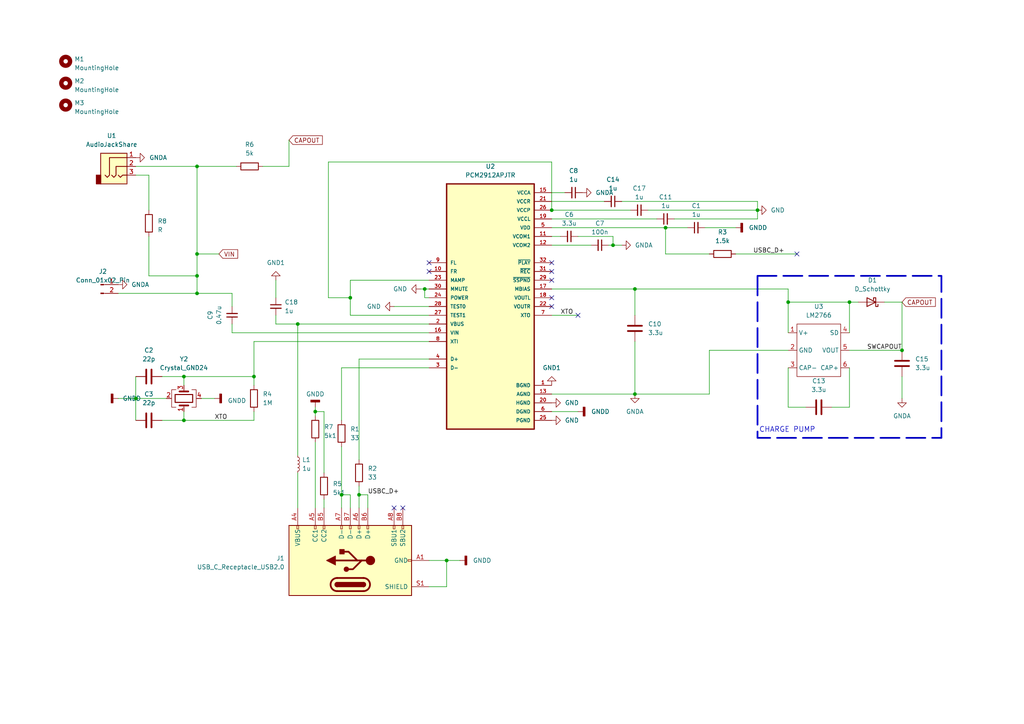
<source format=kicad_sch>
(kicad_sch (version 20250114) (generator "eeschema") (generator_version "9.0")
  (paper "A4")
  (title_block (title "USB Soundcard") (date "2025-04-13") (rev "1.1") (company "TK"))
  (lib_symbols
    (symbol "Connector:Conn_01x02_Pin" (pin_names (offset 1.016) (hide yes))
      (property "Reference" "J" (at 0 2.54 0))
      (property "Value" "Conn_01x02_Pin" (at 0 -5.08 0))
      (symbol "Conn_01x02_Pin_1_1"
        (rectangle (start 0.8636 0.127) (end 0 -0.127) (stroke (width 0.1524)) (fill (type outline)))
        (rectangle (start 0.8636 -2.413) (end 0 -2.667) (stroke (width 0.1524)) (fill (type outline)))
        (polyline (pts (xy 1.27 0) (xy 0.8636 0)) (stroke (width 0.1524)))
        (polyline (pts (xy 1.27 -2.54) (xy 0.8636 -2.54)) (stroke (width 0.1524)))
        (pin passive line (at 5.08 0 180) (length 3.81) (name "Pin_1") (number "1"))
        (pin passive line (at 5.08 -2.54 180) (length 3.81) (name "Pin_2") (number "2"))
      )
    )
    (symbol "Connector:USB_C_Receptacle_USB2.0" (pin_names (offset 1.016))
      (property "Reference" "J" (at -10.16 19.05 0))
      (property "Value" "USB_C_Receptacle_USB2.0" (at 19.05 19.05 0))
      (symbol "USB_C_Receptacle_USB2.0_0_0"
        (rectangle (start -0.254 -17.78) (end 0.254 -16.764))
        (rectangle (start 10.16 15.494) (end 9.144 14.986))
        (rectangle (start 10.16 10.414) (end 9.144 9.906))
        (rectangle (start 10.16 7.874) (end 9.144 7.366))
        (rectangle (start 10.16 2.794) (end 9.144 2.286))
        (rectangle (start 10.16 0.254) (end 9.144 -0.254))
        (rectangle (start 10.16 -2.286) (end 9.144 -2.794))
        (rectangle (start 10.16 -4.826) (end 9.144 -5.334))
        (rectangle (start 10.16 -12.446) (end 9.144 -12.954))
        (rectangle (start 10.16 -14.986) (end 9.144 -15.494))
      )
      (symbol "USB_C_Receptacle_USB2.0_0_1"
        (rectangle (start -10.16 17.78) (end 10.16 -17.78) (stroke (width 0.254)) (fill (type background)))
        (polyline (pts (xy -8.89 -3.81) (xy -8.89 3.81)) (stroke (width 0.508)))
        (rectangle (start -7.62 -3.81) (end -6.35 3.81) (stroke (width 0.254)) (fill (type outline)))
        (arc (start -7.62 3.81) (mid -6.985 4.4423) (end -6.35 3.81) (stroke (width 0.254)))
        (arc (start -7.62 3.81) (mid -6.985 4.4423) (end -6.35 3.81) (stroke (width 0.254)) (fill (type outline)))
        (arc (start -8.89 3.81) (mid -6.985 5.7067) (end -5.08 3.81) (stroke (width 0.508)))
        (arc (start -5.08 -3.81) (mid -6.985 -5.7067) (end -8.89 -3.81) (stroke (width 0.508)))
        (arc (start -6.35 -3.81) (mid -6.985 -4.4423) (end -7.62 -3.81) (stroke (width 0.254)))
        (arc (start -6.35 -3.81) (mid -6.985 -4.4423) (end -7.62 -3.81) (stroke (width 0.254)) (fill (type outline)))
        (polyline (pts (xy -5.08 3.81) (xy -5.08 -3.81)) (stroke (width 0.508)))
        (circle (center -2.54 1.143) (radius 0.635) (stroke (width 0.254)) (fill (type outline)))
        (polyline (pts (xy -1.27 4.318) (xy 0 6.858) (xy 1.27 4.318) (xy -1.27 4.318)) (stroke (width 0.254)) (fill (type outline)))
        (polyline (pts (xy 0 -2.032) (xy 2.54 0.508) (xy 2.54 1.778)) (stroke (width 0.508)))
        (polyline (pts (xy 0 -3.302) (xy -2.54 -0.762) (xy -2.54 0.508)) (stroke (width 0.508)))
        (polyline (pts (xy 0 -5.842) (xy 0 4.318)) (stroke (width 0.508)))
        (circle (center 0 -5.842) (radius 1.27) (fill (type outline)))
        (rectangle (start 1.905 1.778) (end 3.175 3.048) (stroke (width 0.254)) (fill (type outline)))
      )
      (symbol "USB_C_Receptacle_USB2.0_1_1"
        (pin passive line (at -7.62 -22.86 90) (length 5.08) (name "SHIELD") (number "S1"))
        (pin passive line (at 0 -22.86 90) (length 5.08) (name "GND") (number "A1"))
        (pin passive line (at 0 -22.86 90) (length 5.08) (hide yes) (name "GND") (number "A12"))
        (pin passive line (at 0 -22.86 90) (length 5.08) (hide yes) (name "GND") (number "B1"))
        (pin passive line (at 0 -22.86 90) (length 5.08) (hide yes) (name "GND") (number "B12"))
        (pin passive line (at 15.24 15.24 180) (length 5.08) (name "VBUS") (number "A4"))
        (pin passive line (at 15.24 15.24 180) (length 5.08) (hide yes) (name "VBUS") (number "A9"))
        (pin passive line (at 15.24 15.24 180) (length 5.08) (hide yes) (name "VBUS") (number "B4"))
        (pin passive line (at 15.24 15.24 180) (length 5.08) (hide yes) (name "VBUS") (number "B9"))
        (pin bidirectional line (at 15.24 10.16 180) (length 5.08) (name "CC1") (number "A5"))
        (pin bidirectional line (at 15.24 7.62 180) (length 5.08) (name "CC2") (number "B5"))
        (pin bidirectional line (at 15.24 2.54 180) (length 5.08) (name "D-") (number "A7"))
        (pin bidirectional line (at 15.24 0 180) (length 5.08) (name "D-") (number "B7"))
        (pin bidirectional line (at 15.24 -2.54 180) (length 5.08) (name "D+") (number "A6"))
        (pin bidirectional line (at 15.24 -5.08 180) (length 5.08) (name "D+") (number "B6"))
        (pin bidirectional line (at 15.24 -12.7 180) (length 5.08) (name "SBU1") (number "A8"))
        (pin bidirectional line (at 15.24 -15.24 180) (length 5.08) (name "SBU2") (number "B8"))
      )
    )
    (symbol "Device:C" (pin_numbers (hide yes)) (pin_names (offset 0.254))
      (property "Reference" "C" (at 0.635 2.54 0))
      (property "Value" "C" (at 0.635 -2.54 0))
      (symbol "C_0_1"
        (polyline (pts (xy -2.032 0.762) (xy 2.032 0.762)) (stroke (width 0.508)))
        (polyline (pts (xy -2.032 -0.762) (xy 2.032 -0.762)) (stroke (width 0.508)))
      )
      (symbol "C_1_1"
        (pin passive line (at 0 3.81 270) (length 2.794) (name "~") (number "1"))
        (pin passive line (at 0 -3.81 90) (length 2.794) (name "~") (number "2"))
      )
    )
    (symbol "Device:C_Small" (pin_numbers (hide yes)) (pin_names (offset 0.254) (hide yes))
      (property "Reference" "C" (at 0.254 1.778 0))
      (property "Value" "C_Small" (at 0.254 -2.032 0))
      (symbol "C_Small_0_1"
        (polyline (pts (xy -1.524 0.508) (xy 1.524 0.508)) (stroke (width 0.3048)))
        (polyline (pts (xy -1.524 -0.508) (xy 1.524 -0.508)) (stroke (width 0.3302)))
      )
      (symbol "C_Small_1_1"
        (pin passive line (at 0 2.54 270) (length 2.032) (name "~") (number "1"))
        (pin passive line (at 0 -2.54 90) (length 2.032) (name "~") (number "2"))
      )
    )
    (symbol "Device:Crystal_GND24" (pin_names (offset 1.016) (hide yes))
      (property "Reference" "Y" (at 3.175 5.08 0))
      (property "Value" "Crystal_GND24" (at 3.175 3.175 0))
      (symbol "Crystal_GND24_0_1"
        (polyline (pts (xy -2.54 2.286) (xy -2.54 3.556) (xy 2.54 3.556) (xy 2.54 2.286)))
        (polyline (pts (xy -2.54 0) (xy -2.032 0)))
        (polyline (pts (xy -2.54 -2.286) (xy -2.54 -3.556) (xy 2.54 -3.556) (xy 2.54 -2.286)))
        (polyline (pts (xy -2.032 -1.27) (xy -2.032 1.27)) (stroke (width 0.508)))
        (rectangle (start -1.143 2.54) (end 1.143 -2.54) (stroke (width 0.3048)))
        (polyline (pts (xy 0 3.556) (xy 0 3.81)))
        (polyline (pts (xy 0 -3.81) (xy 0 -3.556)))
        (polyline (pts (xy 2.032 0) (xy 2.54 0)))
        (polyline (pts (xy 2.032 -1.27) (xy 2.032 1.27)) (stroke (width 0.508)))
      )
      (symbol "Crystal_GND24_1_1"
        (pin passive line (at -3.81 0 0) (length 1.27) (name "1") (number "1"))
        (pin passive line (at 0 5.08 270) (length 1.27) (name "2") (number "2"))
        (pin passive line (at 0 -5.08 90) (length 1.27) (name "4") (number "4"))
        (pin passive line (at 3.81 0 180) (length 1.27) (name "3") (number "3"))
      )
    )
    (symbol "Device:D_Schottky" (pin_numbers (hide yes)) (pin_names (offset 1.016) (hide yes))
      (property "Reference" "D" (at 0 2.54 0))
      (property "Value" "D_Schottky" (at 0 -2.54 0))
      (symbol "D_Schottky_0_1"
        (polyline (pts (xy -1.905 0.635) (xy -1.905 1.27) (xy -1.27 1.27) (xy -1.27 -1.27) (xy -0.635 -1.27) (xy -0.635 -0.635)) (stroke (width 0.254)))
        (polyline (pts (xy 1.27 1.27) (xy 1.27 -1.27) (xy -1.27 0) (xy 1.27 1.27)) (stroke (width 0.254)))
        (polyline (pts (xy 1.27 0) (xy -1.27 0)))
      )
      (symbol "D_Schottky_1_1"
        (pin passive line (at -3.81 0 0) (length 2.54) (name "K") (number "1"))
        (pin passive line (at 3.81 0 180) (length 2.54) (name "A") (number "2"))
      )
    )
    (symbol "Device:L_Small" (pin_numbers (hide yes)) (pin_names (offset 0.254) (hide yes))
      (property "Reference" "L" (at 0.762 1.016 0))
      (property "Value" "L_Small" (at 0.762 -1.016 0))
      (symbol "L_Small_0_1"
        (arc (start 0 2.032) (mid 0.5058 1.524) (end 0 1.016))
        (arc (start 0 1.016) (mid 0.5058 0.508) (end 0 0))
        (arc (start 0 0) (mid 0.5058 -0.508) (end 0 -1.016))
        (arc (start 0 -1.016) (mid 0.5058 -1.524) (end 0 -2.032))
      )
      (symbol "L_Small_1_1"
        (pin passive line (at 0 2.54 270) (length 0.508) (name "~") (number "1"))
        (pin passive line (at 0 -2.54 90) (length 0.508) (name "~") (number "2"))
      )
    )
    (symbol "Device:R" (pin_numbers (hide yes)) (pin_names (offset 0))
      (property "Reference" "R" (at 2.032 0 90))
      (property "Value" "R" (at 0 0 90))
      (symbol "R_0_1"
        (rectangle (start -1.016 -2.54) (end 1.016 2.54) (stroke (width 0.254)))
      )
      (symbol "R_1_1"
        (pin passive line (at 0 3.81 270) (length 1.27) (name "~") (number "1"))
        (pin passive line (at 0 -3.81 90) (length 1.27) (name "~") (number "2"))
      )
    )
    (symbol "Mechanical:MountingHole" (pin_names (offset 1.016))
      (property "Reference" "H" (at 0 5.08 0))
      (property "Value" "MountingHole" (at 0 3.175 0))
      (symbol "MountingHole_0_1"
        (circle (center 0 0) (radius 1.27) (stroke (width 1.27)))
      )
    )
    (symbol "power:GND" (power) (pin_names (offset 0))
      (property "Value" "GND" (at 0 -3.81 0))
      (symbol "GND_0_1"
        (polyline (pts (xy 0 0) (xy 0 -1.27) (xy 1.27 -1.27) (xy 0 -2.54) (xy -1.27 -1.27) (xy 0 -1.27)))
      )
      (symbol "GND_1_1"
        (pin power_in line (at 0 0 270) (length 0) (hide yes) (name "GND") (number "1"))
      )
    )
    (symbol "power:GND1" (power) (pin_names (offset 0))
      (property "Value" "GND1" (at 0 -3.81 0))
      (symbol "GND1_0_1"
        (polyline (pts (xy 0 0) (xy 0 -1.27) (xy 1.27 -1.27) (xy 0 -2.54) (xy -1.27 -1.27) (xy 0 -1.27)))
      )
      (symbol "GND1_1_1"
        (pin power_in line (at 0 0 270) (length 0) (hide yes) (name "GND1") (number "1"))
      )
    )
    (symbol "power:GNDA" (power) (pin_names (offset 0))
      (property "Value" "GNDA" (at 0 -3.81 0))
      (symbol "GNDA_0_1"
        (polyline (pts (xy 0 0) (xy 0 -1.27) (xy 1.27 -1.27) (xy 0 -2.54) (xy -1.27 -1.27) (xy 0 -1.27)))
      )
      (symbol "GNDA_1_1"
        (pin power_in line (at 0 0 270) (length 0) (hide yes) (name "GNDA") (number "1"))
      )
    )
    (symbol "power:GNDD" (power) (pin_names (offset 0))
      (property "Value" "GNDD" (at 0 -3.175 0))
      (symbol "GNDD_0_1"
        (rectangle (start -1.27 -1.524) (end 1.27 -2.032) (stroke (width 0.254)) (fill (type outline)))
        (polyline (pts (xy 0 0) (xy 0 -1.524)))
      )
      (symbol "GNDD_1_1"
        (pin power_in line (at 0 0 270) (length 0) (hide yes) (name "GNDD") (number "1"))
      )
    )
    (symbol "zvukovka:AudioJackShare"
      (property "Reference" "U" (at 0 -5.08 0))
      (property "Value" "AudioJackShare" (at 0 -6.35 0))
      (symbol "AudioJackShare_0_1"
        (rectangle (start -3.81 -3.81) (end -5.08 -1.27) (stroke (width 0.254)) (fill (type outline)))
        (polyline (pts (xy -0.635 -1.27) (xy 0 -1.905) (xy 0.635 -1.27) (xy 0.635 1.27) (xy 3.81 1.27)) (stroke (width 0.254)))
        (polyline (pts (xy 1.27 -1.27) (xy 1.905 -1.905) (xy 2.54 -1.27) (xy 3.81 -1.27)) (stroke (width 0.254)))
        (rectangle (start 3.81 5.08) (end -3.81 -3.81) (stroke (width 0.254)) (fill (type background)))
        (polyline (pts (xy 3.81 3.81) (xy -1.27 3.81) (xy -1.27 -1.27) (xy -1.905 -1.905) (xy -2.54 -1.27)) (stroke (width 0.254)))
      )
      (symbol "AudioJackShare_1_1"
        (pin passive line (at 6.35 3.81 180) (length 2.54) (name "~") (number "1"))
        (pin passive line (at 6.35 1.27 180) (length 2.54) (name "~") (number "2"))
        (pin passive line (at 6.35 -1.27 180) (length 2.54) (name "~") (number "3"))
      )
    )
    (symbol "zvukovka:LM2766"
      (property "Reference" "U" (at 0 -1.27 0))
      (property "Value" "LM2766" (at 0 -3.81 0))
      (symbol "LM2766_0_1"
        (rectangle (start -6.35 15.24) (end 6.35 0))
      )
      (symbol "LM2766_1_1"
        (pin input line (at -8.89 12.7 0) (length 2.54) (name "V+") (number "1"))
        (pin input line (at -8.89 7.62 0) (length 2.54) (name "GND") (number "2"))
        (pin input line (at -8.89 2.54 0) (length 2.54) (name "CAP-") (number "3"))
        (pin input line (at 8.89 12.7 180) (length 2.54) (name "SD") (number "4"))
        (pin input line (at 8.89 7.62 180) (length 2.54) (name "VOUT") (number "5"))
        (pin input line (at 8.89 2.54 180) (length 2.54) (name "CAP+") (number "6"))
      )
    )
    (symbol "zvukovka:PCM2912APJTR" (pin_names (offset 1.016))
      (property "Reference" "U" (at -12.7 36.56 0))
      (property "Value" "PCM2912APJTR" (at -12.7 -39.56 0))
      (symbol "PCM2912APJTR_0_0"
        (rectangle (start -12.7 -35.56) (end 12.7 35.56) (stroke (width 0.41)) (fill (type background)))
        (pin input line (at -17.78 12.7 0) (length 5.08) (name "FL") (number "9"))
        (pin input line (at -17.78 10.16 0) (length 5.08) (name "FR") (number "10"))
        (pin input line (at -17.78 7.62 0) (length 5.08) (name "MAMP") (number "23"))
        (pin input line (at -17.78 5.08 0) (length 5.08) (name "MMUTE") (number "30"))
        (pin input line (at -17.78 2.54 0) (length 5.08) (name "POWER") (number "24"))
        (pin input line (at -17.78 0 0) (length 5.08) (name "TEST0") (number "28"))
        (pin input line (at -17.78 -2.54 0) (length 5.08) (name "TEST1") (number "27"))
        (pin input line (at -17.78 -5.08 0) (length 5.08) (name "VBUS") (number "2"))
        (pin input line (at -17.78 -7.62 0) (length 5.08) (name "VIN") (number "16"))
        (pin input line (at -17.78 -10.16 0) (length 5.08) (name "XTI") (number "8"))
        (pin bidirectional line (at -17.78 -15.24 0) (length 5.08) (name "D+") (number "4"))
        (pin bidirectional line (at -17.78 -17.78 0) (length 5.08) (name "D-") (number "3"))
        (pin power_in line (at 17.78 33.02 180) (length 5.08) (name "VCCA") (number "15"))
        (pin power_in line (at 17.78 30.48 180) (length 5.08) (name "VCCR") (number "21"))
        (pin power_in line (at 17.78 27.94 180) (length 5.08) (name "VCCP") (number "26"))
        (pin power_in line (at 17.78 25.4 180) (length 5.08) (name "VCCL") (number "19"))
        (pin power_in line (at 17.78 22.86 180) (length 5.08) (name "VDD") (number "5"))
        (pin power_in line (at 17.78 20.32 180) (length 5.08) (name "VCOM1") (number "11"))
        (pin power_in line (at 17.78 17.78 180) (length 5.08) (name "VCOM2") (number "12"))
        (pin output line (at 17.78 12.7 180) (length 5.08) (name "~{PLAY}") (number "32"))
        (pin output line (at 17.78 10.16 180) (length 5.08) (name "~{REC}") (number "31"))
        (pin output line (at 17.78 7.62 180) (length 5.08) (name "~{SSPND}") (number "29"))
        (pin output line (at 17.78 5.08 180) (length 5.08) (name "MBIAS") (number "17"))
        (pin output line (at 17.78 2.54 180) (length 5.08) (name "VOUTL") (number "18"))
        (pin output line (at 17.78 0 180) (length 5.08) (name "VOUTR") (number "22"))
        (pin output line (at 17.78 -2.54 180) (length 5.08) (name "XTO") (number "7"))
        (pin power_in line (at 17.78 -22.86 180) (length 5.08) (name "BGND") (number "1"))
        (pin power_in line (at 17.78 -25.4 180) (length 5.08) (name "AGND") (number "13"))
        (pin power_in line (at 17.78 -27.94 180) (length 5.08) (name "HGND") (number "20"))
        (pin power_in line (at 17.78 -30.48 180) (length 5.08) (name "DGND") (number "6"))
        (pin power_in line (at 17.78 -33.02 180) (length 5.08) (name "PGND") (number "25"))
      )
    )
  )
  (rectangle (start 219.71 80.01) (end 273.05 127) (stroke (width 0.5) (type dash)))
  (text "CHARGE PUMP" (at 228.346 124.714 0) (effects (font (size 1.5 1.5))))
  (junction (at 246.38 87.63))
  (junction (at 57.15 73.66))
  (junction (at 177.8 71.12))
  (junction (at 39.37 115.57))
  (junction (at 129.54 162.56))
  (junction (at 193.04 66.04))
  (junction (at 53.34 121.92))
  (junction (at 184.15 83.82))
  (junction (at 219.71 60.96))
  (junction (at 91.44 119.38))
  (junction (at 160.02 60.96))
  (junction (at 104.14 143.51))
  (junction (at 86.36 93.98))
  (junction (at 57.15 48.26))
  (junction (at 53.34 109.22))
  (junction (at 101.6 86.36))
  (junction (at 261.62 101.6))
  (junction (at 57.15 85.09))
  (junction (at 123.19 83.82))
  (junction (at 184.15 114.3))
  (junction (at 228.6 87.63))
  (junction (at 73.66 109.22))
  (junction (at 99.06 143.51))
  (junction (at 57.15 80.01))
  (no_connect (at 124.46 78.74))
  (no_connect (at 231.14 73.66))
  (no_connect (at 160.02 76.2))
  (no_connect (at 160.02 81.28))
  (no_connect (at 124.46 76.2))
  (no_connect (at 160.02 78.74))
  (no_connect (at 114.3 147.32))
  (no_connect (at 116.84 147.32))
  (no_connect (at 167.64 91.44))
  (no_connect (at 160.02 88.9))
  (no_connect (at 160.02 86.36))
  (wire (pts (xy 80.01 93.98) (xy 86.36 93.98)))
  (wire (pts (xy 53.34 119.38) (xy 53.34 121.92)))
  (wire (pts (xy 43.18 50.8) (xy 43.18 60.96)))
  (wire (pts (xy 39.37 109.22) (xy 39.37 115.57)))
  (wire (pts (xy 95.25 46.99) (xy 95.25 86.36)))
  (wire (pts (xy 101.6 143.51) (xy 99.06 143.51)))
  (wire (pts (xy 167.64 68.58) (xy 177.8 68.58)))
  (wire (pts (xy 176.53 71.12) (xy 177.8 71.12)))
  (wire (pts (xy 160.02 68.58) (xy 162.56 68.58)))
  (wire (pts (xy 246.38 118.11) (xy 241.3 118.11)))
  (wire (pts (xy 53.34 121.92) (xy 46.99 121.92)))
  (wire (pts (xy 67.31 96.52) (xy 124.46 96.52)))
  (wire (pts (xy 86.36 93.98) (xy 124.46 93.98)))
  (wire (pts (xy 160.02 114.3) (xy 184.15 114.3)))
  (wire (pts (xy 160.02 46.99) (xy 95.25 46.99)))
  (wire (pts (xy 43.18 68.58) (xy 43.18 80.01)))
  (wire (pts (xy 193.04 66.04) (xy 199.39 66.04)))
  (wire (pts (xy 101.6 147.32) (xy 101.6 143.51)))
  (wire (pts (xy 93.98 119.38) (xy 91.44 119.38)))
  (wire (pts (xy 246.38 87.63) (xy 228.6 87.63)))
  (wire (pts (xy 80.01 81.28) (xy 80.01 86.36)))
  (wire (pts (xy 67.31 93.98) (xy 67.31 96.52)))
  (wire (pts (xy 261.62 87.63) (xy 261.62 101.6)))
  (wire (pts (xy 233.68 118.11) (xy 228.6 118.11)))
  (wire (pts (xy 99.06 143.51) (xy 99.06 147.32)))
  (wire (pts (xy 160.02 66.04) (xy 193.04 66.04)))
  (wire (pts (xy 39.37 115.57) (xy 39.37 121.92)))
  (wire (pts (xy 219.71 58.42) (xy 219.71 60.96)))
  (wire (pts (xy 184.15 91.44) (xy 184.15 83.82)))
  (wire (pts (xy 228.6 101.6) (xy 205.74 101.6)))
  (wire (pts (xy 205.74 114.3) (xy 184.15 114.3)))
  (wire (pts (xy 114.3 88.9) (xy 124.46 88.9)))
  (wire (pts (xy 73.66 109.22) (xy 73.66 111.76)))
  (wire (pts (xy 57.15 48.26) (xy 68.58 48.26)))
  (wire (pts (xy 129.54 162.56) (xy 129.54 170.18)))
  (wire (pts (xy 86.36 93.98) (xy 86.36 132.08)))
  (wire (pts (xy 246.38 96.52) (xy 246.38 87.63)))
  (wire (pts (xy 34.29 115.57) (xy 39.37 115.57)))
  (wire (pts (xy 57.15 73.66) (xy 57.15 80.01)))
  (wire (pts (xy 99.06 129.54) (xy 99.06 143.51)))
  (wire (pts (xy 129.54 162.56) (xy 133.35 162.56)))
  (wire (pts (xy 205.74 101.6) (xy 205.74 114.3)))
  (wire (pts (xy 101.6 81.28) (xy 101.6 86.36)))
  (wire (pts (xy 53.34 109.22) (xy 46.99 109.22)))
  (wire (pts (xy 104.14 140.97) (xy 104.14 143.51)))
  (wire (pts (xy 80.01 91.44) (xy 80.01 93.98)))
  (wire (pts (xy 57.15 80.01) (xy 57.15 85.09)))
  (wire (pts (xy 53.34 109.22) (xy 73.66 109.22)))
  (wire (pts (xy 73.66 121.92) (xy 53.34 121.92)))
  (wire (pts (xy 160.02 55.88) (xy 163.83 55.88)))
  (wire (pts (xy 205.74 73.66) (xy 193.04 73.66)))
  (wire (pts (xy 228.6 83.82) (xy 228.6 87.63)))
  (wire (pts (xy 43.18 80.01) (xy 57.15 80.01)))
  (wire (pts (xy 123.19 83.82) (xy 124.46 83.82)))
  (wire (pts (xy 160.02 71.12) (xy 171.45 71.12)))
  (wire (pts (xy 124.46 86.36) (xy 123.19 86.36)))
  (wire (pts (xy 160.02 46.99) (xy 160.02 60.96)))
  (wire (pts (xy 121.92 83.82) (xy 123.19 83.82)))
  (wire (pts (xy 95.25 86.36) (xy 101.6 86.36)))
  (wire (pts (xy 34.29 85.09) (xy 57.15 85.09)))
  (wire (pts (xy 204.47 66.04) (xy 213.36 66.04)))
  (wire (pts (xy 58.42 115.57) (xy 62.23 115.57)))
  (wire (pts (xy 57.15 85.09) (xy 67.31 85.09)))
  (wire (pts (xy 228.6 87.63) (xy 228.6 96.52)))
  (wire (pts (xy 83.82 48.26) (xy 76.2 48.26)))
  (wire (pts (xy 104.14 104.14) (xy 124.46 104.14)))
  (wire (pts (xy 104.14 104.14) (xy 104.14 133.35)))
  (wire (pts (xy 106.68 147.32) (xy 106.68 143.51)))
  (wire (pts (xy 99.06 121.92) (xy 99.06 106.68)))
  (wire (pts (xy 67.31 85.09) (xy 67.31 88.9)))
  (wire (pts (xy 219.71 63.5) (xy 219.71 60.96)))
  (wire (pts (xy 187.96 60.96) (xy 219.71 60.96)))
  (wire (pts (xy 184.15 99.06) (xy 184.15 114.3)))
  (wire (pts (xy 53.34 111.76) (xy 53.34 109.22)))
  (wire (pts (xy 83.82 40.64) (xy 83.82 48.26)))
  (wire (pts (xy 39.37 48.26) (xy 57.15 48.26)))
  (wire (pts (xy 73.66 99.06) (xy 73.66 109.22)))
  (wire (pts (xy 124.46 170.18) (xy 129.54 170.18)))
  (wire (pts (xy 93.98 144.78) (xy 93.98 147.32)))
  (wire (pts (xy 160.02 119.38) (xy 167.64 119.38)))
  (wire (pts (xy 101.6 91.44) (xy 101.6 86.36)))
  (wire (pts (xy 246.38 87.63) (xy 248.92 87.63)))
  (wire (pts (xy 57.15 73.66) (xy 63.5 73.66)))
  (wire (pts (xy 261.62 109.22) (xy 261.62 115.57)))
  (wire (pts (xy 160.02 91.44) (xy 167.64 91.44)))
  (wire (pts (xy 57.15 48.26) (xy 57.15 73.66)))
  (wire (pts (xy 39.37 115.57) (xy 48.26 115.57)))
  (wire (pts (xy 91.44 118.11) (xy 91.44 119.38)))
  (wire (pts (xy 246.38 106.68) (xy 246.38 118.11)))
  (wire (pts (xy 160.02 83.82) (xy 184.15 83.82)))
  (wire (pts (xy 73.66 119.38) (xy 73.66 121.92)))
  (wire (pts (xy 246.38 101.6) (xy 261.62 101.6)))
  (wire (pts (xy 160.02 63.5) (xy 190.5 63.5)))
  (wire (pts (xy 39.37 50.8) (xy 43.18 50.8)))
  (wire (pts (xy 93.98 137.16) (xy 93.98 119.38)))
  (wire (pts (xy 86.36 137.16) (xy 86.36 147.32)))
  (wire (pts (xy 91.44 128.27) (xy 91.44 147.32)))
  (wire (pts (xy 124.46 162.56) (xy 129.54 162.56)))
  (wire (pts (xy 124.46 81.28) (xy 101.6 81.28)))
  (wire (pts (xy 177.8 71.12) (xy 180.34 71.12)))
  (wire (pts (xy 228.6 118.11) (xy 228.6 106.68)))
  (wire (pts (xy 124.46 91.44) (xy 101.6 91.44)))
  (wire (pts (xy 180.34 58.42) (xy 219.71 58.42)))
  (wire (pts (xy 195.58 63.5) (xy 219.71 63.5)))
  (wire (pts (xy 160.02 60.96) (xy 182.88 60.96)))
  (wire (pts (xy 106.68 143.51) (xy 104.14 143.51)))
  (wire (pts (xy 193.04 73.66) (xy 193.04 66.04)))
  (wire (pts (xy 124.46 99.06) (xy 73.66 99.06)))
  (wire (pts (xy 104.14 143.51) (xy 104.14 147.32)))
  (wire (pts (xy 123.19 86.36) (xy 123.19 83.82)))
  (wire (pts (xy 177.8 68.58) (xy 177.8 71.12)))
  (wire (pts (xy 184.15 83.82) (xy 228.6 83.82)))
  (wire (pts (xy 160.02 58.42) (xy 175.26 58.42)))
  (wire (pts (xy 213.36 73.66) (xy 231.14 73.66)))
  (wire (pts (xy 256.54 87.63) (xy 261.62 87.63)))
  (wire (pts (xy 99.06 106.68) (xy 124.46 106.68)))
  (wire (pts (xy 91.44 119.38) (xy 91.44 120.65)))
  (label "XTO" (at 62.23 121.92 0))
  (label "SWCAPOUT" (at 251.46 101.6 0))
  (label "USBC_D+" (at 106.68 143.51 0))
  (label "XTO" (at 162.56 91.44 0))
  (label "USBC_D+" (at 218.44 73.66 0))
  (global_label "CAPOUT" (shape input) (at 83.82 40.64 0) (property "Intersheetrefs" "${INTERSHEET_REFS}" (effects (hide yes))))
  (global_label "CAPOUT" (shape input) (at 261.62 87.63 0) (property "Intersheetrefs" "${INTERSHEET_REFS}" (effects (hide yes))))
  (global_label "VIN" (shape input) (at 63.5 73.66 0) (property "Intersheetrefs" "${INTERSHEET_REFS}" (effects (hide yes))))
  (symbol (lib_id "Device:R") (at 104.14 137.16 180) (unit 1)
    (property "Reference" "R2" (at 106.68 135.8899 0) (effects (justify right)))
    (property "Value" "33" (at 106.68 138.4299 0) (effects (justify right)))
    (property "Footprint" "Resistor_SMD:R_0805_2012Metric" (effects (hide yes)))
    (property "note" "1%" (effects (hide yes)))
  )
  (symbol (lib_id "power:GNDD") (at 34.29 115.57 270) (unit 1)
    (property "Reference" "#PWR0109" (effects (hide yes)))
    (property "Value" "GNDD" (at 35.56 115.5699 90) (effects (justify left)))
  )
  (symbol (lib_id "Device:R") (at 43.18 64.77 0) (unit 1)
    (property "Reference" "R8" (at 45.72 64.135 0) (effects (justify left)))
    (property "Value" "R" (at 45.72 66.675 0) (effects (justify left)))
    (property "Footprint" "Resistor_SMD:R_0805_2012Metric" (effects (hide yes)))
  )
  (symbol (lib_id "Device:C") (at 43.18 121.92 90) (unit 1)
    (property "Reference" "C3" (at 43.18 114.3 90))
    (property "Value" "22p" (at 43.18 116.84 90))
    (property "Footprint" "Capacitor_SMD:C_0805_2012Metric" (effects (hide yes)))
    (property "note" "X5R nebo X7R, >16V,10%" (effects (hide yes)))
  )
  (symbol (lib_id "Device:R") (at 93.98 140.97 0) (unit 1)
    (property "Reference" "R5" (at 96.52 140.335 0) (effects (justify left)))
    (property "Value" "5k1" (at 96.52 142.875 0) (effects (justify left)))
    (property "Footprint" "Resistor_SMD:R_0805_2012Metric" (effects (hide yes)))
    (property "note" "1%" (effects (hide yes)))
  )
  (symbol (lib_id "Device:R") (at 91.44 124.46 0) (unit 1)
    (property "Reference" "R7" (at 93.98 123.825 0) (effects (justify left)))
    (property "Value" "5k1" (at 93.98 126.365 0) (effects (justify left)))
    (property "Footprint" "Resistor_SMD:R_0805_2012Metric" (effects (hide yes)))
    (property "note" "1%" (effects (hide yes)))
  )
  (symbol (lib_id "Device:C_Small") (at 185.42 60.96 270) (unit 1)
    (property "Reference" "C17" (at 185.4136 54.61 90))
    (property "Value" "1u" (at 185.4136 57.15 90))
    (property "Footprint" "Capacitor_SMD:C_0805_2012Metric" (effects (hide yes)))
    (property "note" "X5R nebo X7R, >16V,10%" (effects (hide yes)))
  )
  (symbol (lib_id "Connector:Conn_01x02_Pin") (at 29.21 82.55 0) (unit 1)
    (property "Reference" "J2" (at 29.845 78.74 0))
    (property "Value" "Conn_01x02_Pin" (at 29.845 81.28 0))
    (property "Footprint" "Connector_PinHeader_2.54mm:PinHeader_1x02_P2.54mm_Vertical" (effects (hide yes)))
    (property "note" "NEOSAZOVAT" (effects (hide yes)))
  )
  (symbol (lib_id "power:GNDD") (at 167.64 119.38 90) (unit 1)
    (property "Reference" "#PWR0119" (effects (hide yes)))
    (property "Value" "GNDD" (at 171.45 119.3799 90) (effects (justify right)))
  )
  (symbol (lib_id "power:GND") (at 219.71 60.96 90) (unit 1)
    (property "Reference" "#PWR0103" (effects (hide yes)))
    (property "Value" "GND" (at 223.52 60.9599 90) (effects (justify right)))
  )
  (symbol (lib_id "power:GND1") (at 160.02 111.76 180) (unit 1)
    (property "Reference" "#PWR0122" (effects (hide yes)))
    (property "Value" "GND1" (at 160.02 106.68 0))
  )
  (symbol (lib_id "Connector:USB_C_Receptacle_USB2.0") (at 101.6 162.56 90) (unit 1)
    (property "Reference" "J1" (at 82.55 161.925 90) (effects (justify left)))
    (property "Value" "USB_C_Receptacle_USB2.0" (at 82.55 164.465 90) (effects (justify left)))
    (property "Footprint" "zvukovka_2:Conn_USB_C_Socket_Molex_2171790001" (effects (hide yes)))
    (property "Datasheet" "https://www.usb.org/sites/default/files/documents/usb_type-c.zip" (effects (hide yes)))
    (property "MPN" "217179-0001" (effects (hide yes)))
  )
  (symbol (lib_id "power:GND") (at 114.3 88.9 270) (unit 1)
    (property "Reference" "#PWR0108" (effects (hide yes)))
    (property "Value" "GND" (at 110.49 88.8999 90) (effects (justify right)))
  )
  (symbol (lib_id "power:GND") (at 160.02 121.92 90) (unit 1)
    (property "Reference" "#PWR0101" (effects (hide yes)))
    (property "Value" "GND" (at 163.83 121.9199 90) (effects (justify right)))
  )
  (symbol (lib_id "power:GND") (at 160.02 116.84 90) (unit 1)
    (property "Reference" "#PWR0121" (effects (hide yes)))
    (property "Value" "GND" (at 163.83 116.8399 90) (effects (justify right)))
  )
  (symbol (lib_id "Device:C_Small") (at 165.1 68.58 270) (unit 1)
    (property "Reference" "C6" (at 165.0936 62.23 90))
    (property "Value" "3.3u" (at 165.0936 64.77 90))
    (property "Footprint" "Capacitor_SMD:C_0805_2012Metric" (effects (hide yes)))
    (property "note" "X5R nebo X7R, >16V,10%" (effects (hide yes)))
  )
  (symbol (lib_id "power:GNDD") (at 133.35 162.56 90) (unit 1)
    (property "Reference" "#PWR0120" (effects (hide yes)))
    (property "Value" "GNDD" (at 137.16 162.5599 90) (effects (justify right)))
  )
  (symbol (lib_id "power:GNDA") (at 184.15 114.3 0) (unit 1)
    (property "Reference" "#PWR0107" (effects (hide yes)))
    (property "Value" "GNDA" (at 184.15 119.38 0))
  )
  (symbol (lib_id "power:GNDA") (at 34.29 82.55 90) (unit 1)
    (property "Reference" "#PWR03" (effects (hide yes)))
    (property "Value" "GNDA" (at 38.1 82.5499 90) (effects (justify right)))
  )
  (symbol (lib_id "power:GND1") (at 80.01 81.28 180) (unit 1)
    (property "Reference" "#PWR0111" (effects (hide yes)))
    (property "Value" "GND1" (at 80.01 76.2 0))
  )
  (symbol (lib_id "Device:C_Small") (at 173.99 71.12 270) (unit 1)
    (property "Reference" "C7" (at 173.9836 64.77 90))
    (property "Value" "100n" (at 173.9836 67.31 90))
    (property "Footprint" "Capacitor_SMD:C_0805_2012Metric" (effects (hide yes)))
    (property "note" "X5R nebo X7R, >16V,10%" (effects (hide yes)))
  )
  (symbol (lib_id "power:GND") (at 121.92 83.82 270) (unit 1)
    (property "Reference" "#PWR0110" (effects (hide yes)))
    (property "Value" "GND" (at 118.11 83.8199 90) (effects (justify right)))
  )
  (symbol (lib_id "power:GNDA") (at 180.34 71.12 90) (unit 1)
    (property "Reference" "#PWR0102" (effects (hide yes)))
    (property "Value" "GNDA" (at 184.15 71.1199 90) (effects (justify right)))
  )
  (symbol (lib_id "zvukovka:LM2766") (at 237.49 109.22 0) (unit 1)
    (property "Reference" "U3" (at 237.49 88.9 0))
    (property "Value" "LM2766" (at 237.49 91.44 0))
    (property "Footprint" "Package_TO_SOT_SMD:SOT-23-6" (effects (hide yes)))
    (property "Datasheet" "https://www.ti.com/lit/ds/symlink/lm2766.pdf?ts=1679402398256&ref_url=https%253A%252F%252Fwww.ti.com%252Fpower-management%252Fnon-isolated-dc-dc-switching-regulators%252Fcharge-pump-inductorless%252Fproducts.html" (effects (hide yes)))
    (property "MPN" "LM2766M6X/NOPB" (effects (hide yes)))
  )
  (symbol (lib_id "power:GNDA") (at 261.62 115.57 0) (unit 1)
    (property "Reference" "#PWR0106" (effects (hide yes)))
    (property "Value" "GNDA" (at 261.62 120.65 0))
  )
  (symbol (lib_id "Mechanical:MountingHole") (at 19.05 24.13 0) (unit 1)
    (property "Reference" "M2" (at 21.59 23.495 0) (effects (justify left)))
    (property "Value" "MountingHole" (at 21.59 26.035 0) (effects (justify left)))
    (property "Footprint" "MountingHole:MountingHole_2.2mm_M2_DIN965" (effects (hide yes)))
  )
  (symbol (lib_id "Mechanical:MountingHole") (at 19.05 30.48 0) (unit 1)
    (property "Reference" "M3" (at 21.59 29.845 0) (effects (justify left)))
    (property "Value" "MountingHole" (at 21.59 32.385 0) (effects (justify left)))
    (property "Footprint" "MountingHole:MountingHole_2.2mm_M2_DIN965" (effects (hide yes)))
  )
  (symbol (lib_id "Device:L_Small") (at 86.36 134.62 0) (unit 1)
    (property "Reference" "L1" (at 87.63 133.3499 0) (effects (justify left)))
    (property "Value" "1u" (at 87.63 135.8899 0) (effects (justify left)))
    (property "Footprint" "zvukovka:SRP2012TMA" (effects (hide yes)))
    (property "MPN" "SRP2012TMA-1R0M" (effects (hide yes)))
  )
  (symbol (lib_id "zvukovka:PCM2912APJTR") (at 142.24 88.9 0) (unit 1)
    (property "Reference" "U2" (at 142.24 48.26 0))
    (property "Value" "PCM2912APJTR" (at 142.24 50.8 0))
    (property "Footprint" "zvukovka_2:TQFP-32_7x7mm_P0.8mm_netTie" (effects (hide yes)))
    (property "MPN" "PCM2912APJT" (effects (hide yes)))
  )
  (symbol (lib_id "Device:C_Small") (at 193.04 63.5 90) (unit 1)
    (property "Reference" "C11" (at 193.0463 57.15 90))
    (property "Value" "1u" (at 193.0463 59.69 90))
    (property "Footprint" "Capacitor_SMD:C_0805_2012Metric" (effects (hide yes)))
    (property "note" "X5R nebo X7R, >16V,10%" (effects (hide yes)))
  )
  (symbol (lib_id "Device:C") (at 261.62 105.41 180) (unit 1)
    (property "Reference" "C15" (at 265.43 104.1399 0) (effects (justify right)))
    (property "Value" "3.3u" (at 265.43 106.6799 0) (effects (justify right)))
    (property "Footprint" "Capacitor_SMD:C_0805_2012Metric" (effects (hide yes)))
    (property "note" "X5R nebo X7R, >16V,10%" (effects (hide yes)))
  )
  (symbol (lib_id "Device:C_Small") (at 67.31 91.44 180) (unit 1)
    (property "Reference" "C9" (at 60.96 91.4337 90))
    (property "Value" "0.47u" (at 63.5 91.4337 90))
    (property "Footprint" "Capacitor_SMD:C_0805_2012Metric" (effects (hide yes)))
    (property "note" "X5R nebo X7R, >16V,10%" (effects (hide yes)))
  )
  (symbol (lib_id "power:GNDA") (at 168.91 55.88 90) (unit 1)
    (property "Reference" "#PWR0113" (effects (hide yes)))
    (property "Value" "GNDA" (at 172.72 55.8799 90) (effects (justify right)))
  )
  (symbol (lib_id "Device:D_Schottky") (at 252.73 87.63 180) (unit 1)
    (property "Reference" "D1" (at 253.0475 81.28 0))
    (property "Value" "D_Schottky" (at 253.0475 83.82 0))
    (property "Footprint" "Diode_SMD:D_SMA" (effects (hide yes)))
    (property "MPN" "SS26A+" (effects (hide yes)))
  )
  (symbol (lib_id "Device:Crystal_GND24") (at 53.34 115.57 90) (unit 1)
    (property "Reference" "Y2" (at 53.34 104.14 90))
    (property "Value" "Crystal_GND24" (at 53.34 106.68 90))
    (property "Footprint" "Crystal:Crystal_SMD_7050-4Pin_7.0x5.0mm" (effects (hide yes)))
    (property "MPN" "EA5070PA20-6.000M TR" (effects (hide yes)))
  )
  (symbol (lib_id "power:GNDD") (at 91.44 118.11 180) (unit 1)
    (property "Reference" "#PWR01" (effects (hide yes)))
    (property "Value" "GNDD" (at 91.44 114.3 0))
  )
  (symbol (lib_id "Device:C_Small") (at 177.8 58.42 270) (unit 1)
    (property "Reference" "C14" (at 177.7936 52.07 90))
    (property "Value" "1u" (at 177.7936 54.61 90))
    (property "Footprint" "Capacitor_SMD:C_0805_2012Metric" (effects (hide yes)))
    (property "note" "X5R nebo X7R, >16V,10%" (effects (hide yes)))
  )
  (symbol (lib_id "Device:R") (at 209.55 73.66 90) (unit 1)
    (property "Reference" "R3" (at 209.55 67.31 90))
    (property "Value" "1.5k" (at 209.55 69.85 90))
    (property "Footprint" "Resistor_SMD:R_0805_2012Metric" (effects (hide yes)))
    (property "note" "1%" (effects (hide yes)))
  )
  (symbol (lib_id "power:GNDA") (at 39.37 45.72 90) (unit 1)
    (property "Reference" "#PWR0114" (effects (hide yes)))
    (property "Value" "GNDA" (at 43.2965 45.7199 90) (effects (justify right)))
  )
  (symbol (lib_id "Device:C") (at 43.18 109.22 90) (unit 1)
    (property "Reference" "C2" (at 43.18 101.6 90))
    (property "Value" "22p" (at 43.18 104.14 90))
    (property "Footprint" "Capacitor_SMD:C_0805_2012Metric" (effects (hide yes)))
    (property "note" "X5R nebo X7R, >16V,10%" (effects (hide yes)))
  )
  (symbol (lib_id "Device:C_Small") (at 166.37 55.88 270) (unit 1)
    (property "Reference" "C8" (at 166.3636 49.53 90))
    (property "Value" "1u" (at 166.3636 52.07 90))
    (property "Footprint" "Capacitor_SMD:C_0805_2012Metric" (effects (hide yes)))
    (property "note" "X5R nebo X7R, >16V,10%" (effects (hide yes)))
  )
  (symbol (lib_id "Device:C_Small") (at 201.93 66.04 90) (unit 1)
    (property "Reference" "C1" (at 201.9363 59.69 90))
    (property "Value" "1u" (at 201.9363 62.23 90))
    (property "Footprint" "Capacitor_SMD:C_0805_2012Metric" (effects (hide yes)))
    (property "note" "X5R nebo X7R, >16V,10%" (effects (hide yes)))
  )
  (symbol (lib_id "Device:C") (at 237.49 118.11 90) (unit 1)
    (property "Reference" "C13" (at 237.49 110.49 90))
    (property "Value" "3.3u" (at 237.49 113.03 90))
    (property "Footprint" "Capacitor_SMD:C_0805_2012Metric" (effects (hide yes)))
    (property "note" "X5R nebo X7R, >16V,10%" (effects (hide yes)))
  )
  (symbol (lib_id "Device:C") (at 184.15 95.25 0) (unit 1)
    (property "Reference" "C10" (at 187.96 93.9799 0) (effects (justify left)))
    (property "Value" "3.3u" (at 187.96 96.5199 0) (effects (justify left)))
    (property "Footprint" "Capacitor_SMD:C_0805_2012Metric" (effects (hide yes)))
    (property "note" "X5R nebo X7R, >16V,10%" (effects (hide yes)))
  )
  (symbol (lib_id "Device:R") (at 73.66 115.57 180) (unit 1)
    (property "Reference" "R4" (at 76.2 114.2999 0) (effects (justify right)))
    (property "Value" "1M" (at 76.2 116.8399 0) (effects (justify right)))
    (property "Footprint" "Resistor_SMD:R_0805_2012Metric" (effects (hide yes)))
    (property "note" "1%" (effects (hide yes)))
  )
  (symbol (lib_id "Device:C_Small") (at 80.01 88.9 0) (unit 1)
    (property "Reference" "C18" (at 82.55 87.6362 0) (effects (justify left)))
    (property "Value" "1u" (at 82.55 90.1762 0) (effects (justify left)))
    (property "Footprint" "Capacitor_SMD:C_0805_2012Metric" (effects (hide yes)))
    (property "note" "X5R nebo X7R, >16V,10%" (effects (hide yes)))
  )
  (symbol (lib_id "Device:R") (at 99.06 125.73 0) (unit 1)
    (property "Reference" "R1" (at 101.6 124.4599 0) (effects (justify left)))
    (property "Value" "33" (at 101.6 126.9999 0) (effects (justify left)))
    (property "Footprint" "Resistor_SMD:R_0805_2012Metric" (effects (hide yes)))
    (property "note" "1%" (effects (hide yes)))
  )
  (symbol (lib_id "Mechanical:MountingHole") (at 19.05 17.78 0) (unit 1)
    (property "Reference" "M1" (at 21.59 17.145 0) (effects (justify left)))
    (property "Value" "MountingHole" (at 21.59 19.685 0) (effects (justify left)))
    (property "Footprint" "MountingHole:MountingHole_2.2mm_M2_DIN965" (effects (hide yes)))
  )
  (symbol (lib_id "zvukovka:AudioJackShare") (at 33.02 49.53 0) (unit 1)
    (property "Reference" "U1" (at 32.385 39.37 0))
    (property "Value" "AudioJackShare" (at 32.385 41.91 0))
    (property "Footprint" "zvukovka_2:K3612A" (effects (hide yes)))
    (property "MPN" "K3612A" (effects (hide yes)))
    (property "note" "https://www.gme.cz/v/1501048/k3612a-jack-35-stereo" (effects (hide yes)))
  )
  (symbol (lib_id "power:GNDD") (at 213.36 66.04 90) (unit 1)
    (property "Reference" "#PWR0105" (effects (hide yes)))
    (property "Value" "GNDD" (at 217.17 66.0399 90) (effects (justify right)))
  )
  (symbol (lib_id "Device:R") (at 72.39 48.26 90) (unit 1)
    (property "Reference" "R6" (at 72.39 41.91 90))
    (property "Value" "5k" (at 72.39 44.45 90))
    (property "Footprint" "Resistor_SMD:R_0805_2012Metric" (effects (hide yes)))
    (property "note" "1%" (effects (hide yes)))
  )
  (symbol (lib_id "power:GNDD") (at 62.23 115.57 90) (unit 1)
    (property "Reference" "#PWR02" (effects (hide yes)))
    (property "Value" "GNDD" (at 66.04 116.205 90) (effects (justify right)))
  )
)
</source>
